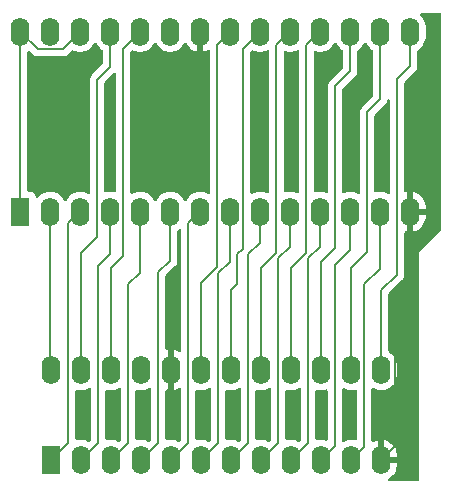
<source format=gbr>
%TF.GenerationSoftware,KiCad,Pcbnew,8.0.2-8.0.2-0~ubuntu24.04.1*%
%TF.CreationDate,2024-06-01T21:52:56+10:00*%
%TF.ProjectId,NES_RAM-ADAPTER,4e45535f-5241-44d2-9d41-444150544552,rev?*%
%TF.SameCoordinates,Original*%
%TF.FileFunction,Copper,L1,Top*%
%TF.FilePolarity,Positive*%
%FSLAX46Y46*%
G04 Gerber Fmt 4.6, Leading zero omitted, Abs format (unit mm)*
G04 Created by KiCad (PCBNEW 8.0.2-8.0.2-0~ubuntu24.04.1) date 2024-06-01 21:52:56*
%MOMM*%
%LPD*%
G01*
G04 APERTURE LIST*
%TA.AperFunction,ComponentPad*%
%ADD10O,1.600000X2.400000*%
%TD*%
%TA.AperFunction,ComponentPad*%
%ADD11R,1.600000X2.400000*%
%TD*%
%TA.AperFunction,ViaPad*%
%ADD12C,0.600000*%
%TD*%
%TA.AperFunction,Conductor*%
%ADD13C,0.200000*%
%TD*%
G04 APERTURE END LIST*
D10*
%TO.P,DIP-28_SRAM,28*%
%TO.N,5v*%
X121315000Y-64955000D03*
%TO.P,DIP-28_SRAM,27*%
%TO.N,WE*%
X123855000Y-64955000D03*
%TO.P,DIP-28_SRAM,26*%
%TO.N,5v*%
X126395000Y-64955000D03*
%TO.P,DIP-28_SRAM,25*%
%TO.N,A8*%
X128935000Y-64955000D03*
%TO.P,DIP-28_SRAM,24*%
%TO.N,A9*%
X131475000Y-64955000D03*
%TO.P,DIP-28_SRAM,23*%
%TO.N,5v*%
X134015000Y-64955000D03*
%TO.P,DIP-28_SRAM,22*%
%TO.N,GND*%
X136555000Y-64955000D03*
%TO.P,DIP-28_SRAM,21*%
%TO.N,A10*%
X139095000Y-64955000D03*
%TO.P,DIP-28_SRAM,20*%
%TO.N,CE*%
X141635000Y-64955000D03*
%TO.P,DIP-28_SRAM,19*%
%TO.N,D7*%
X144175000Y-64955000D03*
%TO.P,DIP-28_SRAM,18*%
%TO.N,D6*%
X146715000Y-64955000D03*
%TO.P,DIP-28_SRAM,17*%
%TO.N,D5*%
X149255000Y-64955000D03*
%TO.P,DIP-28_SRAM,16*%
%TO.N,D4*%
X151795000Y-64955000D03*
%TO.P,DIP-28_SRAM,15*%
%TO.N,D3*%
X154335000Y-64955000D03*
%TO.P,DIP-28_SRAM,14*%
%TO.N,GND*%
X154335000Y-80195000D03*
%TO.P,DIP-28_SRAM,13*%
%TO.N,D2*%
X151795000Y-80195000D03*
%TO.P,DIP-28_SRAM,12*%
%TO.N,D1*%
X149255000Y-80195000D03*
%TO.P,DIP-28_SRAM,11*%
%TO.N,D0*%
X146715000Y-80195000D03*
%TO.P,DIP-28_SRAM,10*%
%TO.N,A0*%
X144175000Y-80195000D03*
%TO.P,DIP-28_SRAM,9*%
%TO.N,A1*%
X141635000Y-80195000D03*
%TO.P,DIP-28_SRAM,8*%
%TO.N,A2*%
X139095000Y-80195000D03*
%TO.P,DIP-28_SRAM,7*%
%TO.N,A3*%
X136555000Y-80195000D03*
%TO.P,DIP-28_SRAM,6*%
%TO.N,A4*%
X134015000Y-80195000D03*
%TO.P,DIP-28_SRAM,5*%
%TO.N,A5*%
X131475000Y-80195000D03*
%TO.P,DIP-28_SRAM,4*%
%TO.N,A6*%
X128935000Y-80195000D03*
%TO.P,DIP-28_SRAM,3*%
%TO.N,A7*%
X126395000Y-80195000D03*
%TO.P,DIP-28_SRAM,2*%
%TO.N,5v*%
X123855000Y-80195000D03*
D11*
%TO.P,DIP-28_SRAM,1*%
X121315000Y-80195000D03*
%TD*%
%TO.P,NES_MAINBOARD_DIP24RAMPADS,1*%
%TO.N,A7*%
X123952000Y-101219000D03*
D10*
%TO.P,NES_MAINBOARD_DIP24RAMPADS,2*%
%TO.N,A6*%
X126492000Y-101219000D03*
%TO.P,NES_MAINBOARD_DIP24RAMPADS,3*%
%TO.N,A5*%
X129032000Y-101219000D03*
%TO.P,NES_MAINBOARD_DIP24RAMPADS,4*%
%TO.N,A4*%
X131572000Y-101219000D03*
%TO.P,NES_MAINBOARD_DIP24RAMPADS,5*%
%TO.N,A3*%
X134112000Y-101219000D03*
%TO.P,NES_MAINBOARD_DIP24RAMPADS,6*%
%TO.N,A2*%
X136652000Y-101219000D03*
%TO.P,NES_MAINBOARD_DIP24RAMPADS,7*%
%TO.N,A1*%
X139192000Y-101219000D03*
%TO.P,NES_MAINBOARD_DIP24RAMPADS,8*%
%TO.N,A0*%
X141732000Y-101219000D03*
%TO.P,NES_MAINBOARD_DIP24RAMPADS,9*%
%TO.N,D0*%
X144272000Y-101219000D03*
%TO.P,NES_MAINBOARD_DIP24RAMPADS,10*%
%TO.N,D1*%
X146812000Y-101219000D03*
%TO.P,NES_MAINBOARD_DIP24RAMPADS,11*%
%TO.N,D2*%
X149352000Y-101219000D03*
%TO.P,NES_MAINBOARD_DIP24RAMPADS,12*%
%TO.N,GND*%
X151892000Y-101219000D03*
%TO.P,NES_MAINBOARD_DIP24RAMPADS,13*%
%TO.N,D3*%
X151892000Y-93599000D03*
%TO.P,NES_MAINBOARD_DIP24RAMPADS,14*%
%TO.N,D4*%
X149352000Y-93599000D03*
%TO.P,NES_MAINBOARD_DIP24RAMPADS,15*%
%TO.N,D5*%
X146812000Y-93599000D03*
%TO.P,NES_MAINBOARD_DIP24RAMPADS,16*%
%TO.N,D6*%
X144272000Y-93599000D03*
%TO.P,NES_MAINBOARD_DIP24RAMPADS,17*%
%TO.N,D7*%
X141732000Y-93599000D03*
%TO.P,NES_MAINBOARD_DIP24RAMPADS,18*%
%TO.N,CE*%
X139192000Y-93599000D03*
%TO.P,NES_MAINBOARD_DIP24RAMPADS,19*%
%TO.N,A10*%
X136652000Y-93599000D03*
%TO.P,NES_MAINBOARD_DIP24RAMPADS,20*%
%TO.N,GND*%
X134112000Y-93599000D03*
%TO.P,NES_MAINBOARD_DIP24RAMPADS,21*%
%TO.N,WE*%
X131572000Y-93599000D03*
%TO.P,NES_MAINBOARD_DIP24RAMPADS,22*%
%TO.N,A9*%
X129032000Y-93599000D03*
%TO.P,NES_MAINBOARD_DIP24RAMPADS,23*%
%TO.N,A8*%
X126492000Y-93599000D03*
%TO.P,NES_MAINBOARD_DIP24RAMPADS,24*%
%TO.N,5v*%
X123952000Y-93599000D03*
%TD*%
D12*
%TO.N,GND*%
X126492000Y-97536000D03*
X129032000Y-97536000D03*
X131572000Y-97536000D03*
X134112000Y-97536000D03*
X136652000Y-97536000D03*
X139192000Y-97536000D03*
X141732000Y-97536000D03*
X144272000Y-97536000D03*
X146812000Y-97536000D03*
X149352000Y-97536000D03*
X151892000Y-97536000D03*
X129032000Y-73660000D03*
X154432000Y-73660000D03*
X151892000Y-73660000D03*
X149352000Y-76200000D03*
X149352000Y-71120000D03*
X146812000Y-76200000D03*
X146812000Y-71120000D03*
X144272000Y-76200000D03*
X144272000Y-71120000D03*
X141732000Y-76200000D03*
X141732000Y-71120000D03*
X134620000Y-76200000D03*
X134620000Y-71120000D03*
X124460000Y-76200000D03*
X124460000Y-71120000D03*
%TD*%
D13*
%TO.N,A4*%
X133012000Y-85344000D02*
X133012000Y-99779000D01*
X134015000Y-80195000D02*
X134015000Y-84341000D01*
X134015000Y-84341000D02*
X133012000Y-85344000D01*
%TO.N,D3*%
X151892000Y-93599000D02*
X151892000Y-86868000D01*
X151892000Y-86868000D02*
X153235000Y-85525000D01*
X153235000Y-85525000D02*
X153235000Y-68961000D01*
X153235000Y-68961000D02*
X154335000Y-67861000D01*
X154335000Y-67861000D02*
X154335000Y-64955000D01*
%TO.N,D2*%
X150452000Y-86360000D02*
X150452000Y-100119000D01*
X151795000Y-80195000D02*
X151795000Y-85017000D01*
X151795000Y-85017000D02*
X150452000Y-86360000D01*
%TO.N,CE*%
X139192000Y-93599000D02*
X139192000Y-86868000D01*
X139192000Y-86868000D02*
X139700000Y-86360000D01*
X141635000Y-64955000D02*
X140195000Y-66395000D01*
X140195000Y-66395000D02*
X140195000Y-83325000D01*
X140195000Y-83325000D02*
X139700000Y-83820000D01*
X139700000Y-83820000D02*
X139700000Y-86360000D01*
%TO.N,A1*%
X140632000Y-83820000D02*
X140632000Y-99779000D01*
X141635000Y-80195000D02*
X141635000Y-82817000D01*
X141635000Y-82817000D02*
X140632000Y-83820000D01*
%TO.N,5v*%
X126395000Y-64955000D02*
X124895000Y-66455000D01*
X124895000Y-66455000D02*
X122815000Y-66455000D01*
X122815000Y-66455000D02*
X121315000Y-64955000D01*
X121315000Y-64955000D02*
X121315000Y-80195000D01*
%TO.N,A8*%
X126492000Y-93599000D02*
X126492000Y-83693000D01*
X126492000Y-83693000D02*
X127835000Y-82350000D01*
X127835000Y-82350000D02*
X127835000Y-69015000D01*
X127835000Y-69015000D02*
X128905000Y-67945000D01*
X128905000Y-67945000D02*
X128905000Y-67310000D01*
X128905000Y-67310000D02*
X128935000Y-67280000D01*
X128935000Y-67280000D02*
X128935000Y-64955000D01*
%TO.N,A6*%
X128935000Y-80195000D02*
X128935000Y-83155000D01*
X128935000Y-83155000D02*
X128905000Y-83185000D01*
X128905000Y-83185000D02*
X128905000Y-83820000D01*
X128905000Y-83820000D02*
X127932000Y-84793000D01*
X127932000Y-84793000D02*
X127932000Y-99779000D01*
X127932000Y-99779000D02*
X126492000Y-101219000D01*
%TO.N,A9*%
X129032000Y-93599000D02*
X129032000Y-84963000D01*
X129032000Y-84963000D02*
X130035000Y-83960000D01*
X130035000Y-66395000D02*
X130035000Y-83960000D01*
X131475000Y-64955000D02*
X130035000Y-66395000D01*
%TO.N,A5*%
X130472000Y-86360000D02*
X130472000Y-99779000D01*
X131475000Y-80195000D02*
X131475000Y-85357000D01*
X131475000Y-85357000D02*
X130472000Y-86360000D01*
X130472000Y-99779000D02*
X129032000Y-101219000D01*
%TO.N,A10*%
X139095000Y-64955000D02*
X137995000Y-66055000D01*
X137995000Y-66055000D02*
X137995000Y-84890000D01*
X137995000Y-84890000D02*
X136652000Y-86233000D01*
X136652000Y-86233000D02*
X136652000Y-93599000D01*
%TO.N,A2*%
X139095000Y-80195000D02*
X139095000Y-84425000D01*
X138092000Y-99779000D02*
X136652000Y-101219000D01*
X139095000Y-84425000D02*
X138092000Y-85428000D01*
X138092000Y-85428000D02*
X138092000Y-99779000D01*
%TO.N,D7*%
X144175000Y-64955000D02*
X143006315Y-66123685D01*
X143006315Y-66123685D02*
X143006315Y-83688685D01*
X143006315Y-83688685D02*
X141732000Y-84963000D01*
X141732000Y-84963000D02*
X141732000Y-93599000D01*
%TO.N,A0*%
X144175000Y-80195000D02*
X144175000Y-83155000D01*
X144175000Y-83155000D02*
X143172000Y-84158000D01*
X143172000Y-84158000D02*
X143172000Y-99779000D01*
X143172000Y-99779000D02*
X141732000Y-101219000D01*
%TO.N,D6*%
X146715000Y-64955000D02*
X145546315Y-66123685D01*
X145546315Y-66123685D02*
X145546315Y-83688685D01*
X145546315Y-83688685D02*
X144272000Y-84963000D01*
X144272000Y-84963000D02*
X144272000Y-93599000D01*
%TO.N,D0*%
X146715000Y-80195000D02*
X146715000Y-83155000D01*
X146715000Y-83155000D02*
X145712000Y-84158000D01*
X145712000Y-84158000D02*
X145712000Y-99779000D01*
X145712000Y-99779000D02*
X144272000Y-101219000D01*
%TO.N,D5*%
X149255000Y-64955000D02*
X149255000Y-68296000D01*
X149255000Y-68296000D02*
X147955000Y-69596000D01*
X147955000Y-69596000D02*
X147955000Y-83312000D01*
X146812000Y-84455000D02*
X146812000Y-93599000D01*
X147955000Y-83312000D02*
X146812000Y-84455000D01*
%TO.N,D4*%
X150695000Y-71755000D02*
X150695000Y-83620000D01*
X151795000Y-64955000D02*
X151795000Y-70655000D01*
X151795000Y-70655000D02*
X150695000Y-71755000D01*
X150695000Y-83620000D02*
X149352000Y-84963000D01*
X149352000Y-84963000D02*
X149352000Y-93599000D01*
%TO.N,D1*%
X146812000Y-101219000D02*
X147955000Y-100076000D01*
X147955000Y-100076000D02*
X147955000Y-84709000D01*
X149255000Y-83409000D02*
X149255000Y-80195000D01*
X147955000Y-84709000D02*
X149255000Y-83409000D01*
%TO.N,D2*%
X150452000Y-100119000D02*
X149352000Y-101219000D01*
%TO.N,5v*%
X123855000Y-80195000D02*
X123855000Y-93502000D01*
X123855000Y-93502000D02*
X123952000Y-93599000D01*
%TO.N,A7*%
X126395000Y-80195000D02*
X125392000Y-81198000D01*
X125392000Y-81198000D02*
X125392000Y-99779000D01*
X125392000Y-99779000D02*
X123952000Y-101219000D01*
%TO.N,A4*%
X133012000Y-99779000D02*
X131572000Y-101219000D01*
%TO.N,A3*%
X136555000Y-80195000D02*
X135552000Y-81198000D01*
X135552000Y-81198000D02*
X135552000Y-99779000D01*
X135552000Y-99779000D02*
X134112000Y-101219000D01*
%TO.N,A1*%
X140632000Y-99779000D02*
X139192000Y-101219000D01*
%TO.N,GND*%
X154335000Y-90267000D02*
X153035000Y-91567000D01*
X154335000Y-80195000D02*
X154335000Y-90267000D01*
X153035000Y-91567000D02*
X153035000Y-100076000D01*
X153035000Y-100076000D02*
X151892000Y-101219000D01*
%TD*%
%TA.AperFunction,Conductor*%
%TO.N,GND*%
G36*
X156922539Y-63385185D02*
G01*
X156968294Y-63437989D01*
X156979500Y-63489500D01*
X156979500Y-81656324D01*
X156959815Y-81723363D01*
X156943181Y-81744005D01*
X155174502Y-83512683D01*
X155174500Y-83512686D01*
X155108608Y-83626812D01*
X155074500Y-83754108D01*
X155074500Y-102880500D01*
X155054815Y-102947539D01*
X155002011Y-102993294D01*
X154950500Y-103004500D01*
X152552797Y-103004500D01*
X152485758Y-102984815D01*
X152440003Y-102932011D01*
X152430059Y-102862853D01*
X152459084Y-102799297D01*
X152496503Y-102770015D01*
X152573347Y-102730861D01*
X152738894Y-102610582D01*
X152738895Y-102610582D01*
X152883582Y-102465895D01*
X152883582Y-102465894D01*
X153003859Y-102300349D01*
X153096755Y-102118031D01*
X153159990Y-101923417D01*
X153192000Y-101721317D01*
X153192000Y-101469000D01*
X152492001Y-101469000D01*
X152517021Y-101408598D01*
X152542000Y-101283019D01*
X152542000Y-101154981D01*
X152517021Y-101029402D01*
X152492001Y-100969000D01*
X153192000Y-100969000D01*
X153192000Y-100716682D01*
X153159990Y-100514582D01*
X153096755Y-100319968D01*
X153003859Y-100137650D01*
X152883582Y-99972105D01*
X152883582Y-99972104D01*
X152738895Y-99827417D01*
X152573349Y-99707140D01*
X152391029Y-99614244D01*
X152196413Y-99551009D01*
X152142000Y-99542390D01*
X152142000Y-100618998D01*
X152081598Y-100593979D01*
X151956019Y-100569000D01*
X151827981Y-100569000D01*
X151702402Y-100593979D01*
X151642000Y-100618998D01*
X151642000Y-99542390D01*
X151587586Y-99551009D01*
X151392967Y-99614245D01*
X151232794Y-99695857D01*
X151164125Y-99708753D01*
X151099385Y-99682476D01*
X151059128Y-99625370D01*
X151052500Y-99585372D01*
X151052500Y-95233187D01*
X151072185Y-95166148D01*
X151124989Y-95120393D01*
X151194147Y-95110449D01*
X151232795Y-95122703D01*
X151392771Y-95204216D01*
X151392776Y-95204217D01*
X151392781Y-95204220D01*
X151511817Y-95242897D01*
X151587465Y-95267477D01*
X151647471Y-95276981D01*
X151789648Y-95299500D01*
X151789649Y-95299500D01*
X151994351Y-95299500D01*
X151994352Y-95299500D01*
X152196534Y-95267477D01*
X152391219Y-95204220D01*
X152573610Y-95111287D01*
X152666590Y-95043732D01*
X152739213Y-94990971D01*
X152739215Y-94990968D01*
X152739219Y-94990966D01*
X152883966Y-94846219D01*
X152883968Y-94846215D01*
X152883971Y-94846213D01*
X152936732Y-94773590D01*
X153004287Y-94680610D01*
X153097220Y-94498219D01*
X153160477Y-94303534D01*
X153192500Y-94101352D01*
X153192500Y-93096648D01*
X153173071Y-92973979D01*
X153160477Y-92894465D01*
X153097218Y-92699776D01*
X153063503Y-92633607D01*
X153004287Y-92517390D01*
X152996556Y-92506749D01*
X152883971Y-92351786D01*
X152739213Y-92207028D01*
X152573610Y-92086712D01*
X152560200Y-92079879D01*
X152509406Y-92031903D01*
X152492500Y-91969397D01*
X152492500Y-87168096D01*
X152512185Y-87101057D01*
X152528814Y-87080419D01*
X153593506Y-86015727D01*
X153593511Y-86015724D01*
X153603714Y-86005520D01*
X153603716Y-86005520D01*
X153715520Y-85893716D01*
X153747964Y-85837521D01*
X153769382Y-85800424D01*
X153794575Y-85756788D01*
X153794574Y-85756788D01*
X153794577Y-85756785D01*
X153835501Y-85604057D01*
X153835501Y-85445943D01*
X153835501Y-85438348D01*
X153835500Y-85438330D01*
X153835500Y-81970275D01*
X153855185Y-81903236D01*
X153907989Y-81857481D01*
X153977147Y-81847537D01*
X153997819Y-81852344D01*
X154030578Y-81862988D01*
X154085000Y-81871607D01*
X154085000Y-80510686D01*
X154089394Y-80515080D01*
X154180606Y-80567741D01*
X154282339Y-80595000D01*
X154387661Y-80595000D01*
X154489394Y-80567741D01*
X154580606Y-80515080D01*
X154585000Y-80510686D01*
X154585000Y-81871606D01*
X154639421Y-81862988D01*
X154834031Y-81799754D01*
X155016349Y-81706859D01*
X155181894Y-81586582D01*
X155181895Y-81586582D01*
X155326582Y-81441895D01*
X155326582Y-81441894D01*
X155446859Y-81276349D01*
X155539755Y-81094031D01*
X155602990Y-80899417D01*
X155635000Y-80697317D01*
X155635000Y-80445000D01*
X154650686Y-80445000D01*
X154655080Y-80440606D01*
X154707741Y-80349394D01*
X154735000Y-80247661D01*
X154735000Y-80142339D01*
X154707741Y-80040606D01*
X154655080Y-79949394D01*
X154650686Y-79945000D01*
X155635000Y-79945000D01*
X155635000Y-79692682D01*
X155602990Y-79490582D01*
X155539755Y-79295968D01*
X155446859Y-79113650D01*
X155326582Y-78948105D01*
X155326582Y-78948104D01*
X155181895Y-78803417D01*
X155016349Y-78683140D01*
X154834029Y-78590244D01*
X154639413Y-78527009D01*
X154585000Y-78518390D01*
X154585000Y-79879314D01*
X154580606Y-79874920D01*
X154489394Y-79822259D01*
X154387661Y-79795000D01*
X154282339Y-79795000D01*
X154180606Y-79822259D01*
X154089394Y-79874920D01*
X154085000Y-79879314D01*
X154085000Y-78518390D01*
X154030586Y-78527009D01*
X154030581Y-78527010D01*
X153997817Y-78537656D01*
X153927976Y-78539651D01*
X153868143Y-78503570D01*
X153837316Y-78440869D01*
X153835500Y-78419725D01*
X153835500Y-69261096D01*
X153855185Y-69194057D01*
X153871815Y-69173419D01*
X154703713Y-68341521D01*
X154703716Y-68341520D01*
X154815520Y-68229716D01*
X154865639Y-68142904D01*
X154894577Y-68092785D01*
X154935501Y-67940057D01*
X154935501Y-67781943D01*
X154935501Y-67774348D01*
X154935500Y-67774330D01*
X154935500Y-66584601D01*
X154955185Y-66517562D01*
X155003206Y-66474116D01*
X155016610Y-66467287D01*
X155182219Y-66346966D01*
X155326966Y-66202219D01*
X155326968Y-66202215D01*
X155326971Y-66202213D01*
X155379732Y-66129590D01*
X155447287Y-66036610D01*
X155540220Y-65854219D01*
X155603477Y-65659534D01*
X155635500Y-65457352D01*
X155635500Y-64452648D01*
X155603477Y-64250466D01*
X155540220Y-64055781D01*
X155540218Y-64055778D01*
X155540218Y-64055776D01*
X155447419Y-63873650D01*
X155447287Y-63873390D01*
X155439556Y-63862749D01*
X155326971Y-63707786D01*
X155196366Y-63577181D01*
X155162881Y-63515858D01*
X155167865Y-63446166D01*
X155209737Y-63390233D01*
X155275201Y-63365816D01*
X155284047Y-63365500D01*
X156855500Y-63365500D01*
X156922539Y-63385185D01*
G37*
%TD.AperFunction*%
%TA.AperFunction,Conductor*%
G36*
X148735792Y-95144611D02*
G01*
X148778061Y-95166148D01*
X148852776Y-95204218D01*
X148852778Y-95204218D01*
X148852781Y-95204220D01*
X148940209Y-95232627D01*
X149047465Y-95267477D01*
X149107471Y-95276981D01*
X149249648Y-95299500D01*
X149249649Y-95299500D01*
X149454351Y-95299500D01*
X149454352Y-95299500D01*
X149656534Y-95267477D01*
X149656539Y-95267475D01*
X149656541Y-95267475D01*
X149689180Y-95256870D01*
X149759021Y-95254873D01*
X149818855Y-95290953D01*
X149849684Y-95353653D01*
X149851500Y-95374800D01*
X149851500Y-99443199D01*
X149831815Y-99510238D01*
X149779011Y-99555993D01*
X149709853Y-99565937D01*
X149689183Y-99561130D01*
X149656542Y-99550524D01*
X149656535Y-99550523D01*
X149528626Y-99530264D01*
X149454352Y-99518500D01*
X149249648Y-99518500D01*
X149225329Y-99522351D01*
X149047465Y-99550522D01*
X148895759Y-99599815D01*
X148852781Y-99613780D01*
X148852778Y-99613781D01*
X148852776Y-99613782D01*
X148735795Y-99673387D01*
X148667125Y-99686283D01*
X148602385Y-99660007D01*
X148562128Y-99602900D01*
X148555500Y-99562902D01*
X148555500Y-95255097D01*
X148575185Y-95188058D01*
X148627989Y-95142303D01*
X148697147Y-95132359D01*
X148735792Y-95144611D01*
G37*
%TD.AperFunction*%
%TA.AperFunction,Conductor*%
G36*
X127284614Y-95136082D02*
G01*
X127324872Y-95193188D01*
X127331500Y-95233187D01*
X127331500Y-99478901D01*
X127311815Y-99545940D01*
X127295181Y-99566583D01*
X127225019Y-99636744D01*
X127163695Y-99670228D01*
X127094004Y-99665243D01*
X127081044Y-99659547D01*
X126991226Y-99613782D01*
X126796534Y-99550522D01*
X126621995Y-99522878D01*
X126594352Y-99518500D01*
X126389648Y-99518500D01*
X126349184Y-99524909D01*
X126187464Y-99550523D01*
X126187457Y-99550524D01*
X126154817Y-99561130D01*
X126084976Y-99563125D01*
X126025143Y-99527044D01*
X125994316Y-99464343D01*
X125992500Y-99443199D01*
X125992500Y-95374800D01*
X126012185Y-95307761D01*
X126064989Y-95262006D01*
X126134147Y-95252062D01*
X126154820Y-95256870D01*
X126187458Y-95267475D01*
X126187461Y-95267475D01*
X126187466Y-95267477D01*
X126389648Y-95299500D01*
X126389649Y-95299500D01*
X126594351Y-95299500D01*
X126594352Y-95299500D01*
X126796534Y-95267477D01*
X126991219Y-95204220D01*
X126991224Y-95204217D01*
X126991228Y-95204216D01*
X127151205Y-95122703D01*
X127219874Y-95109806D01*
X127284614Y-95136082D01*
G37*
%TD.AperFunction*%
%TA.AperFunction,Conductor*%
G36*
X129824614Y-95136082D02*
G01*
X129864872Y-95193188D01*
X129871500Y-95233187D01*
X129871500Y-99478901D01*
X129851815Y-99545940D01*
X129835181Y-99566583D01*
X129765019Y-99636744D01*
X129703695Y-99670228D01*
X129634004Y-99665243D01*
X129621044Y-99659547D01*
X129531226Y-99613782D01*
X129336534Y-99550522D01*
X129161995Y-99522878D01*
X129134352Y-99518500D01*
X128929648Y-99518500D01*
X128889184Y-99524909D01*
X128727464Y-99550523D01*
X128727457Y-99550524D01*
X128694817Y-99561130D01*
X128624976Y-99563125D01*
X128565143Y-99527044D01*
X128534316Y-99464343D01*
X128532500Y-99443199D01*
X128532500Y-95374800D01*
X128552185Y-95307761D01*
X128604989Y-95262006D01*
X128674147Y-95252062D01*
X128694820Y-95256870D01*
X128727458Y-95267475D01*
X128727461Y-95267475D01*
X128727466Y-95267477D01*
X128929648Y-95299500D01*
X128929649Y-95299500D01*
X129134351Y-95299500D01*
X129134352Y-95299500D01*
X129336534Y-95267477D01*
X129531219Y-95204220D01*
X129531224Y-95204217D01*
X129531228Y-95204216D01*
X129691205Y-95122703D01*
X129759874Y-95109806D01*
X129824614Y-95136082D01*
G37*
%TD.AperFunction*%
%TA.AperFunction,Conductor*%
G36*
X132364614Y-95136082D02*
G01*
X132404872Y-95193188D01*
X132411500Y-95233187D01*
X132411500Y-99478901D01*
X132391815Y-99545940D01*
X132375181Y-99566583D01*
X132305019Y-99636744D01*
X132243695Y-99670228D01*
X132174004Y-99665243D01*
X132161044Y-99659547D01*
X132071226Y-99613782D01*
X131876534Y-99550522D01*
X131701995Y-99522878D01*
X131674352Y-99518500D01*
X131469648Y-99518500D01*
X131429184Y-99524909D01*
X131267464Y-99550523D01*
X131267457Y-99550524D01*
X131234817Y-99561130D01*
X131164976Y-99563125D01*
X131105143Y-99527044D01*
X131074316Y-99464343D01*
X131072500Y-99443199D01*
X131072500Y-95374800D01*
X131092185Y-95307761D01*
X131144989Y-95262006D01*
X131214147Y-95252062D01*
X131234820Y-95256870D01*
X131267458Y-95267475D01*
X131267461Y-95267475D01*
X131267466Y-95267477D01*
X131469648Y-95299500D01*
X131469649Y-95299500D01*
X131674351Y-95299500D01*
X131674352Y-95299500D01*
X131876534Y-95267477D01*
X132071219Y-95204220D01*
X132071224Y-95204217D01*
X132071228Y-95204216D01*
X132231205Y-95122703D01*
X132299874Y-95109806D01*
X132364614Y-95136082D01*
G37*
%TD.AperFunction*%
%TA.AperFunction,Conductor*%
G36*
X134362000Y-95275606D02*
G01*
X134416421Y-95266988D01*
X134611031Y-95203755D01*
X134771205Y-95122142D01*
X134839874Y-95109246D01*
X134904615Y-95135522D01*
X134944872Y-95192629D01*
X134951500Y-95232627D01*
X134951500Y-99478901D01*
X134931815Y-99545940D01*
X134915181Y-99566583D01*
X134845019Y-99636744D01*
X134783695Y-99670228D01*
X134714004Y-99665243D01*
X134701044Y-99659547D01*
X134611226Y-99613782D01*
X134416534Y-99550522D01*
X134241995Y-99522878D01*
X134214352Y-99518500D01*
X134009648Y-99518500D01*
X133969184Y-99524909D01*
X133807464Y-99550523D01*
X133807457Y-99550524D01*
X133774817Y-99561130D01*
X133704976Y-99563125D01*
X133645143Y-99527044D01*
X133614316Y-99464343D01*
X133612500Y-99443199D01*
X133612500Y-95374275D01*
X133632185Y-95307236D01*
X133684989Y-95261481D01*
X133754147Y-95251537D01*
X133774819Y-95256344D01*
X133807578Y-95266988D01*
X133862000Y-95275607D01*
X133862000Y-94199001D01*
X133922402Y-94224021D01*
X134047981Y-94249000D01*
X134176019Y-94249000D01*
X134301598Y-94224021D01*
X134362000Y-94199001D01*
X134362000Y-95275606D01*
G37*
%TD.AperFunction*%
%TA.AperFunction,Conductor*%
G36*
X137444614Y-95136082D02*
G01*
X137484872Y-95193188D01*
X137491500Y-95233187D01*
X137491500Y-99478901D01*
X137471815Y-99545940D01*
X137455181Y-99566583D01*
X137385019Y-99636744D01*
X137323695Y-99670228D01*
X137254004Y-99665243D01*
X137241044Y-99659547D01*
X137151226Y-99613782D01*
X136956534Y-99550522D01*
X136781995Y-99522878D01*
X136754352Y-99518500D01*
X136549648Y-99518500D01*
X136509184Y-99524909D01*
X136347464Y-99550523D01*
X136347457Y-99550524D01*
X136314817Y-99561130D01*
X136244976Y-99563125D01*
X136185143Y-99527044D01*
X136154316Y-99464343D01*
X136152500Y-99443199D01*
X136152500Y-95374800D01*
X136172185Y-95307761D01*
X136224989Y-95262006D01*
X136294147Y-95252062D01*
X136314820Y-95256870D01*
X136347458Y-95267475D01*
X136347461Y-95267475D01*
X136347466Y-95267477D01*
X136549648Y-95299500D01*
X136549649Y-95299500D01*
X136754351Y-95299500D01*
X136754352Y-95299500D01*
X136956534Y-95267477D01*
X137151219Y-95204220D01*
X137151224Y-95204217D01*
X137151228Y-95204216D01*
X137311205Y-95122703D01*
X137379874Y-95109806D01*
X137444614Y-95136082D01*
G37*
%TD.AperFunction*%
%TA.AperFunction,Conductor*%
G36*
X139984614Y-95136082D02*
G01*
X140024872Y-95193188D01*
X140031500Y-95233187D01*
X140031500Y-99478901D01*
X140011815Y-99545940D01*
X139995181Y-99566583D01*
X139925019Y-99636744D01*
X139863695Y-99670228D01*
X139794004Y-99665243D01*
X139781044Y-99659547D01*
X139691226Y-99613782D01*
X139496534Y-99550522D01*
X139321995Y-99522878D01*
X139294352Y-99518500D01*
X139089648Y-99518500D01*
X139049184Y-99524909D01*
X138887464Y-99550523D01*
X138887457Y-99550524D01*
X138854817Y-99561130D01*
X138784976Y-99563125D01*
X138725143Y-99527044D01*
X138694316Y-99464343D01*
X138692500Y-99443199D01*
X138692500Y-95374800D01*
X138712185Y-95307761D01*
X138764989Y-95262006D01*
X138834147Y-95252062D01*
X138854820Y-95256870D01*
X138887458Y-95267475D01*
X138887461Y-95267475D01*
X138887466Y-95267477D01*
X139089648Y-95299500D01*
X139089649Y-95299500D01*
X139294351Y-95299500D01*
X139294352Y-95299500D01*
X139496534Y-95267477D01*
X139691219Y-95204220D01*
X139691224Y-95204217D01*
X139691228Y-95204216D01*
X139851205Y-95122703D01*
X139919874Y-95109806D01*
X139984614Y-95136082D01*
G37*
%TD.AperFunction*%
%TA.AperFunction,Conductor*%
G36*
X142524614Y-95136082D02*
G01*
X142564872Y-95193188D01*
X142571500Y-95233187D01*
X142571500Y-99478901D01*
X142551815Y-99545940D01*
X142535181Y-99566583D01*
X142465019Y-99636744D01*
X142403695Y-99670228D01*
X142334004Y-99665243D01*
X142321044Y-99659547D01*
X142231226Y-99613782D01*
X142036534Y-99550522D01*
X141861995Y-99522878D01*
X141834352Y-99518500D01*
X141629648Y-99518500D01*
X141589184Y-99524909D01*
X141427464Y-99550523D01*
X141427457Y-99550524D01*
X141394817Y-99561130D01*
X141324976Y-99563125D01*
X141265143Y-99527044D01*
X141234316Y-99464343D01*
X141232500Y-99443199D01*
X141232500Y-95374800D01*
X141252185Y-95307761D01*
X141304989Y-95262006D01*
X141374147Y-95252062D01*
X141394820Y-95256870D01*
X141427458Y-95267475D01*
X141427461Y-95267475D01*
X141427466Y-95267477D01*
X141629648Y-95299500D01*
X141629649Y-95299500D01*
X141834351Y-95299500D01*
X141834352Y-95299500D01*
X142036534Y-95267477D01*
X142231219Y-95204220D01*
X142231224Y-95204217D01*
X142231228Y-95204216D01*
X142391205Y-95122703D01*
X142459874Y-95109806D01*
X142524614Y-95136082D01*
G37*
%TD.AperFunction*%
%TA.AperFunction,Conductor*%
G36*
X145064614Y-95136082D02*
G01*
X145104872Y-95193188D01*
X145111500Y-95233187D01*
X145111500Y-99478901D01*
X145091815Y-99545940D01*
X145075181Y-99566583D01*
X145005019Y-99636744D01*
X144943695Y-99670228D01*
X144874004Y-99665243D01*
X144861044Y-99659547D01*
X144771226Y-99613782D01*
X144576534Y-99550522D01*
X144401995Y-99522878D01*
X144374352Y-99518500D01*
X144169648Y-99518500D01*
X144129184Y-99524909D01*
X143967464Y-99550523D01*
X143967457Y-99550524D01*
X143934817Y-99561130D01*
X143864976Y-99563125D01*
X143805143Y-99527044D01*
X143774316Y-99464343D01*
X143772500Y-99443199D01*
X143772500Y-95374800D01*
X143792185Y-95307761D01*
X143844989Y-95262006D01*
X143914147Y-95252062D01*
X143934820Y-95256870D01*
X143967458Y-95267475D01*
X143967461Y-95267475D01*
X143967466Y-95267477D01*
X144169648Y-95299500D01*
X144169649Y-95299500D01*
X144374351Y-95299500D01*
X144374352Y-95299500D01*
X144576534Y-95267477D01*
X144771219Y-95204220D01*
X144771224Y-95204217D01*
X144771228Y-95204216D01*
X144931205Y-95122703D01*
X144999874Y-95109806D01*
X145064614Y-95136082D01*
G37*
%TD.AperFunction*%
%TA.AperFunction,Conductor*%
G36*
X147321855Y-95276981D02*
G01*
X147352684Y-95339682D01*
X147354500Y-95360828D01*
X147354500Y-99457170D01*
X147334815Y-99524209D01*
X147282011Y-99569964D01*
X147212853Y-99579908D01*
X147192183Y-99575101D01*
X147116542Y-99550524D01*
X147116535Y-99550523D01*
X146988626Y-99530264D01*
X146914352Y-99518500D01*
X146709648Y-99518500D01*
X146669184Y-99524909D01*
X146507464Y-99550523D01*
X146507457Y-99550524D01*
X146474817Y-99561130D01*
X146404976Y-99563125D01*
X146345143Y-99527044D01*
X146314316Y-99464343D01*
X146312500Y-99443199D01*
X146312500Y-95374800D01*
X146332185Y-95307761D01*
X146384989Y-95262006D01*
X146454147Y-95252062D01*
X146474820Y-95256870D01*
X146507458Y-95267475D01*
X146507461Y-95267475D01*
X146507466Y-95267477D01*
X146709648Y-95299500D01*
X146709649Y-95299500D01*
X146914351Y-95299500D01*
X146914352Y-95299500D01*
X147116534Y-95267477D01*
X147192183Y-95242896D01*
X147262022Y-95240901D01*
X147321855Y-95276981D01*
G37*
%TD.AperFunction*%
%TA.AperFunction,Conductor*%
G36*
X134888475Y-81657490D02*
G01*
X134937170Y-81707595D01*
X134951500Y-81765462D01*
X134951500Y-91965372D01*
X134931815Y-92032411D01*
X134879011Y-92078166D01*
X134809853Y-92088110D01*
X134771206Y-92075857D01*
X134611032Y-91994245D01*
X134416413Y-91931009D01*
X134362000Y-91922390D01*
X134362000Y-92998998D01*
X134301598Y-92973979D01*
X134176019Y-92949000D01*
X134047981Y-92949000D01*
X133922402Y-92973979D01*
X133862000Y-92998998D01*
X133862000Y-91922390D01*
X133807586Y-91931009D01*
X133807581Y-91931010D01*
X133774817Y-91941656D01*
X133704976Y-91943651D01*
X133645143Y-91907570D01*
X133614316Y-91844869D01*
X133612500Y-91823725D01*
X133612500Y-85644096D01*
X133632185Y-85577057D01*
X133648815Y-85556419D01*
X134373506Y-84831727D01*
X134373511Y-84831724D01*
X134383714Y-84821520D01*
X134383716Y-84821520D01*
X134495520Y-84709716D01*
X134562164Y-84594284D01*
X134574577Y-84572785D01*
X134615500Y-84420058D01*
X134615500Y-84261943D01*
X134615500Y-81824601D01*
X134635185Y-81757562D01*
X134683206Y-81714116D01*
X134696610Y-81707287D01*
X134754615Y-81665143D01*
X134820421Y-81641664D01*
X134888475Y-81657490D01*
G37*
%TD.AperFunction*%
%TA.AperFunction,Conductor*%
G36*
X127736445Y-65898865D02*
G01*
X127775485Y-65943919D01*
X127822715Y-66036614D01*
X127943028Y-66202213D01*
X127943034Y-66202219D01*
X128087781Y-66346966D01*
X128253390Y-66467287D01*
X128266793Y-66474116D01*
X128317589Y-66522088D01*
X128334500Y-66584601D01*
X128334500Y-67102653D01*
X128330275Y-67134746D01*
X128304499Y-67230943D01*
X128304499Y-67399046D01*
X128304500Y-67399059D01*
X128304500Y-67644902D01*
X128284815Y-67711941D01*
X128268181Y-67732583D01*
X127354481Y-68646282D01*
X127354475Y-68646290D01*
X127306600Y-68729214D01*
X127306600Y-68729215D01*
X127275423Y-68783215D01*
X127234499Y-68935943D01*
X127234499Y-68935945D01*
X127234499Y-69104046D01*
X127234500Y-69104059D01*
X127234500Y-78560812D01*
X127214815Y-78627851D01*
X127162011Y-78673606D01*
X127092853Y-78683550D01*
X127054205Y-78671297D01*
X126894223Y-78589781D01*
X126699534Y-78526522D01*
X126524995Y-78498878D01*
X126497352Y-78494500D01*
X126292648Y-78494500D01*
X126268329Y-78498351D01*
X126090465Y-78526522D01*
X125895776Y-78589781D01*
X125713386Y-78682715D01*
X125547786Y-78803028D01*
X125403028Y-78947786D01*
X125282715Y-79113386D01*
X125235485Y-79206080D01*
X125187510Y-79256876D01*
X125119689Y-79273671D01*
X125053554Y-79251134D01*
X125014515Y-79206080D01*
X124967419Y-79113650D01*
X124967287Y-79113390D01*
X124959556Y-79102749D01*
X124846971Y-78947786D01*
X124702213Y-78803028D01*
X124536613Y-78682715D01*
X124536612Y-78682714D01*
X124536610Y-78682713D01*
X124469567Y-78648553D01*
X124354223Y-78589781D01*
X124159534Y-78526522D01*
X123984995Y-78498878D01*
X123957352Y-78494500D01*
X123752648Y-78494500D01*
X123728329Y-78498351D01*
X123550465Y-78526522D01*
X123355776Y-78589781D01*
X123173386Y-78682715D01*
X123007786Y-78803028D01*
X122863032Y-78947782D01*
X122836668Y-78984070D01*
X122781338Y-79026735D01*
X122711724Y-79032714D01*
X122649929Y-79000108D01*
X122615572Y-78939269D01*
X122613060Y-78924438D01*
X122612640Y-78920533D01*
X122609091Y-78887517D01*
X122558796Y-78752669D01*
X122558795Y-78752668D01*
X122558793Y-78752664D01*
X122472547Y-78637455D01*
X122472544Y-78637452D01*
X122357335Y-78551206D01*
X122357328Y-78551202D01*
X122222482Y-78500908D01*
X122222483Y-78500908D01*
X122162883Y-78494501D01*
X122162881Y-78494500D01*
X122162873Y-78494500D01*
X122162865Y-78494500D01*
X122039500Y-78494500D01*
X121972461Y-78474815D01*
X121926706Y-78422011D01*
X121915500Y-78370500D01*
X121915500Y-66704097D01*
X121935185Y-66637058D01*
X121987989Y-66591303D01*
X122057147Y-66581359D01*
X122120703Y-66610384D01*
X122127181Y-66616416D01*
X122330139Y-66819374D01*
X122330149Y-66819385D01*
X122334479Y-66823715D01*
X122334480Y-66823716D01*
X122446284Y-66935520D01*
X122446286Y-66935521D01*
X122446290Y-66935524D01*
X122583209Y-67014573D01*
X122583216Y-67014577D01*
X122695019Y-67044534D01*
X122735942Y-67055500D01*
X122735943Y-67055500D01*
X124808331Y-67055500D01*
X124808347Y-67055501D01*
X124815943Y-67055501D01*
X124974054Y-67055501D01*
X124974057Y-67055501D01*
X125126785Y-67014577D01*
X125176904Y-66985639D01*
X125263716Y-66935520D01*
X125375520Y-66823716D01*
X125375520Y-66823714D01*
X125385728Y-66813507D01*
X125385730Y-66813504D01*
X125661980Y-66537253D01*
X125723301Y-66503770D01*
X125792993Y-66508754D01*
X125805954Y-66514451D01*
X125895776Y-66560218D01*
X125895778Y-66560218D01*
X125895781Y-66560220D01*
X125969538Y-66584185D01*
X126090465Y-66623477D01*
X126176212Y-66637058D01*
X126292648Y-66655500D01*
X126292649Y-66655500D01*
X126497351Y-66655500D01*
X126497352Y-66655500D01*
X126699534Y-66623477D01*
X126894219Y-66560220D01*
X127076610Y-66467287D01*
X127169590Y-66399732D01*
X127242213Y-66346971D01*
X127242215Y-66346968D01*
X127242219Y-66346966D01*
X127386966Y-66202219D01*
X127386968Y-66202215D01*
X127386971Y-66202213D01*
X127507284Y-66036614D01*
X127507285Y-66036613D01*
X127507287Y-66036610D01*
X127554516Y-65943917D01*
X127602489Y-65893123D01*
X127670310Y-65876328D01*
X127736445Y-65898865D01*
G37*
%TD.AperFunction*%
%TA.AperFunction,Conductor*%
G36*
X136805000Y-66631606D02*
G01*
X136859421Y-66622988D01*
X137054031Y-66559755D01*
X137214205Y-66478142D01*
X137282874Y-66465246D01*
X137347615Y-66491522D01*
X137387872Y-66548629D01*
X137394500Y-66588627D01*
X137394500Y-78560812D01*
X137374815Y-78627851D01*
X137322011Y-78673606D01*
X137252853Y-78683550D01*
X137214205Y-78671297D01*
X137054223Y-78589781D01*
X136859534Y-78526522D01*
X136684995Y-78498878D01*
X136657352Y-78494500D01*
X136452648Y-78494500D01*
X136428329Y-78498351D01*
X136250465Y-78526522D01*
X136055776Y-78589781D01*
X135873386Y-78682715D01*
X135707786Y-78803028D01*
X135563028Y-78947786D01*
X135442715Y-79113386D01*
X135395485Y-79206080D01*
X135347510Y-79256876D01*
X135279689Y-79273671D01*
X135213554Y-79251134D01*
X135174515Y-79206080D01*
X135127419Y-79113650D01*
X135127287Y-79113390D01*
X135119556Y-79102749D01*
X135006971Y-78947786D01*
X134862213Y-78803028D01*
X134696613Y-78682715D01*
X134696612Y-78682714D01*
X134696610Y-78682713D01*
X134629567Y-78648553D01*
X134514223Y-78589781D01*
X134319534Y-78526522D01*
X134144995Y-78498878D01*
X134117352Y-78494500D01*
X133912648Y-78494500D01*
X133888329Y-78498351D01*
X133710465Y-78526522D01*
X133515776Y-78589781D01*
X133333386Y-78682715D01*
X133167786Y-78803028D01*
X133023028Y-78947786D01*
X132902715Y-79113386D01*
X132855485Y-79206080D01*
X132807510Y-79256876D01*
X132739689Y-79273671D01*
X132673554Y-79251134D01*
X132634515Y-79206080D01*
X132587419Y-79113650D01*
X132587287Y-79113390D01*
X132579556Y-79102749D01*
X132466971Y-78947786D01*
X132322213Y-78803028D01*
X132156613Y-78682715D01*
X132156612Y-78682714D01*
X132156610Y-78682713D01*
X132089567Y-78648553D01*
X131974223Y-78589781D01*
X131779534Y-78526522D01*
X131604995Y-78498878D01*
X131577352Y-78494500D01*
X131372648Y-78494500D01*
X131348329Y-78498351D01*
X131170465Y-78526522D01*
X130975776Y-78589781D01*
X130815795Y-78671297D01*
X130747126Y-78684193D01*
X130682385Y-78657917D01*
X130642128Y-78600810D01*
X130635500Y-78560812D01*
X130635500Y-66695097D01*
X130655185Y-66628058D01*
X130671813Y-66607421D01*
X130741982Y-66537252D01*
X130803301Y-66503770D01*
X130872993Y-66508754D01*
X130885951Y-66514449D01*
X130900943Y-66522088D01*
X130975776Y-66560218D01*
X130975778Y-66560218D01*
X130975781Y-66560220D01*
X131049538Y-66584185D01*
X131170465Y-66623477D01*
X131256212Y-66637058D01*
X131372648Y-66655500D01*
X131372649Y-66655500D01*
X131577351Y-66655500D01*
X131577352Y-66655500D01*
X131779534Y-66623477D01*
X131974219Y-66560220D01*
X132156610Y-66467287D01*
X132249590Y-66399732D01*
X132322213Y-66346971D01*
X132322215Y-66346968D01*
X132322219Y-66346966D01*
X132466966Y-66202219D01*
X132466968Y-66202215D01*
X132466971Y-66202213D01*
X132587284Y-66036614D01*
X132587285Y-66036613D01*
X132587287Y-66036610D01*
X132634516Y-65943917D01*
X132682489Y-65893123D01*
X132750310Y-65876328D01*
X132816445Y-65898865D01*
X132855485Y-65943919D01*
X132902715Y-66036614D01*
X133023028Y-66202213D01*
X133167786Y-66346971D01*
X133322749Y-66459556D01*
X133333390Y-66467287D01*
X133432060Y-66517562D01*
X133515776Y-66560218D01*
X133515778Y-66560218D01*
X133515781Y-66560220D01*
X133589538Y-66584185D01*
X133710465Y-66623477D01*
X133796212Y-66637058D01*
X133912648Y-66655500D01*
X133912649Y-66655500D01*
X134117351Y-66655500D01*
X134117352Y-66655500D01*
X134319534Y-66623477D01*
X134514219Y-66560220D01*
X134696610Y-66467287D01*
X134789590Y-66399732D01*
X134862213Y-66346971D01*
X134862215Y-66346968D01*
X134862219Y-66346966D01*
X135006966Y-66202219D01*
X135006968Y-66202215D01*
X135006971Y-66202213D01*
X135127284Y-66036614D01*
X135127285Y-66036613D01*
X135127287Y-66036610D01*
X135174795Y-65943369D01*
X135222770Y-65892574D01*
X135290591Y-65875779D01*
X135356725Y-65898316D01*
X135395765Y-65943370D01*
X135443140Y-66036349D01*
X135563417Y-66201894D01*
X135563417Y-66201895D01*
X135708104Y-66346582D01*
X135873650Y-66466859D01*
X136055968Y-66559754D01*
X136250578Y-66622988D01*
X136305000Y-66631607D01*
X136305000Y-65270686D01*
X136309394Y-65275080D01*
X136400606Y-65327741D01*
X136502339Y-65355000D01*
X136607661Y-65355000D01*
X136709394Y-65327741D01*
X136800606Y-65275080D01*
X136805000Y-65270686D01*
X136805000Y-66631606D01*
G37*
%TD.AperFunction*%
%TA.AperFunction,Conductor*%
G36*
X142358929Y-66527079D02*
G01*
X142399187Y-66584185D01*
X142405815Y-66624184D01*
X142405815Y-78525815D01*
X142386130Y-78592854D01*
X142333326Y-78638609D01*
X142264168Y-78648553D01*
X142225520Y-78636300D01*
X142134223Y-78589781D01*
X141939534Y-78526522D01*
X141764995Y-78498878D01*
X141737352Y-78494500D01*
X141532648Y-78494500D01*
X141508329Y-78498351D01*
X141330465Y-78526522D01*
X141135776Y-78589781D01*
X140975795Y-78671297D01*
X140907126Y-78684193D01*
X140842385Y-78657917D01*
X140802128Y-78600810D01*
X140795500Y-78560812D01*
X140795500Y-66695097D01*
X140815185Y-66628058D01*
X140831813Y-66607421D01*
X140901982Y-66537252D01*
X140963301Y-66503770D01*
X141032993Y-66508754D01*
X141045951Y-66514449D01*
X141060943Y-66522088D01*
X141135776Y-66560218D01*
X141135778Y-66560218D01*
X141135781Y-66560220D01*
X141209538Y-66584185D01*
X141330465Y-66623477D01*
X141416212Y-66637058D01*
X141532648Y-66655500D01*
X141532649Y-66655500D01*
X141737351Y-66655500D01*
X141737352Y-66655500D01*
X141939534Y-66623477D01*
X142134219Y-66560220D01*
X142225519Y-66513699D01*
X142294188Y-66500803D01*
X142358929Y-66527079D01*
G37*
%TD.AperFunction*%
%TA.AperFunction,Conductor*%
G36*
X150596445Y-65898865D02*
G01*
X150635485Y-65943919D01*
X150682715Y-66036614D01*
X150803028Y-66202213D01*
X150803034Y-66202219D01*
X150947781Y-66346966D01*
X151113390Y-66467287D01*
X151126793Y-66474116D01*
X151177589Y-66522088D01*
X151194500Y-66584601D01*
X151194500Y-70354902D01*
X151174815Y-70421941D01*
X151158181Y-70442583D01*
X150214481Y-71386282D01*
X150214479Y-71386285D01*
X150164361Y-71473094D01*
X150164359Y-71473096D01*
X150135425Y-71523209D01*
X150135424Y-71523210D01*
X150135423Y-71523215D01*
X150094499Y-71675943D01*
X150094499Y-71675945D01*
X150094499Y-71844046D01*
X150094500Y-71844059D01*
X150094500Y-78560812D01*
X150074815Y-78627851D01*
X150022011Y-78673606D01*
X149952853Y-78683550D01*
X149914205Y-78671297D01*
X149754223Y-78589781D01*
X149559534Y-78526522D01*
X149384995Y-78498878D01*
X149357352Y-78494500D01*
X149152648Y-78494500D01*
X149128329Y-78498351D01*
X148950465Y-78526522D01*
X148755773Y-78589782D01*
X148735794Y-78599963D01*
X148667125Y-78612859D01*
X148602384Y-78586582D01*
X148562128Y-78529475D01*
X148555500Y-78489478D01*
X148555500Y-69896097D01*
X148575185Y-69829058D01*
X148591819Y-69808416D01*
X149152178Y-69248058D01*
X149735520Y-68664716D01*
X149814577Y-68527784D01*
X149855501Y-68375057D01*
X149855501Y-68216942D01*
X149855501Y-68209347D01*
X149855500Y-68209329D01*
X149855500Y-66584601D01*
X149875185Y-66517562D01*
X149923206Y-66474116D01*
X149936610Y-66467287D01*
X150102219Y-66346966D01*
X150246966Y-66202219D01*
X150246968Y-66202215D01*
X150246971Y-66202213D01*
X150367284Y-66036614D01*
X150367285Y-66036613D01*
X150367287Y-66036610D01*
X150414516Y-65943917D01*
X150462489Y-65893123D01*
X150530310Y-65876328D01*
X150596445Y-65898865D01*
G37*
%TD.AperFunction*%
%TA.AperFunction,Conductor*%
G36*
X152559313Y-70669984D02*
G01*
X152613191Y-70714469D01*
X152634465Y-70781021D01*
X152634500Y-70783972D01*
X152634500Y-78560812D01*
X152614815Y-78627851D01*
X152562011Y-78673606D01*
X152492853Y-78683550D01*
X152454205Y-78671297D01*
X152294223Y-78589781D01*
X152099534Y-78526522D01*
X151924995Y-78498878D01*
X151897352Y-78494500D01*
X151692648Y-78494500D01*
X151652184Y-78500909D01*
X151490464Y-78526523D01*
X151490457Y-78526524D01*
X151457817Y-78537130D01*
X151387976Y-78539125D01*
X151328143Y-78503044D01*
X151297316Y-78440343D01*
X151295500Y-78419199D01*
X151295500Y-72055096D01*
X151315185Y-71988057D01*
X151331815Y-71967419D01*
X152163713Y-71135521D01*
X152163716Y-71135520D01*
X152275520Y-71023716D01*
X152325639Y-70936904D01*
X152354577Y-70886785D01*
X152390726Y-70751875D01*
X152427090Y-70692218D01*
X152489937Y-70661689D01*
X152559313Y-70669984D01*
G37*
%TD.AperFunction*%
%TA.AperFunction,Conductor*%
G36*
X144898929Y-66527079D02*
G01*
X144939187Y-66584185D01*
X144945815Y-66624184D01*
X144945815Y-78525815D01*
X144926130Y-78592854D01*
X144873326Y-78638609D01*
X144804168Y-78648553D01*
X144765520Y-78636300D01*
X144674223Y-78589781D01*
X144479534Y-78526522D01*
X144304995Y-78498878D01*
X144277352Y-78494500D01*
X144072648Y-78494500D01*
X144032184Y-78500909D01*
X143870464Y-78526523D01*
X143870461Y-78526523D01*
X143769133Y-78559447D01*
X143699291Y-78561442D01*
X143639459Y-78525361D01*
X143608631Y-78462660D01*
X143606815Y-78441516D01*
X143606815Y-66708483D01*
X143626500Y-66641444D01*
X143679304Y-66595689D01*
X143748462Y-66585745D01*
X143769131Y-66590551D01*
X143811419Y-66604291D01*
X143870465Y-66623477D01*
X143956212Y-66637058D01*
X144072648Y-66655500D01*
X144072649Y-66655500D01*
X144277351Y-66655500D01*
X144277352Y-66655500D01*
X144479534Y-66623477D01*
X144674219Y-66560220D01*
X144765519Y-66513699D01*
X144834188Y-66500803D01*
X144898929Y-66527079D01*
G37*
%TD.AperFunction*%
%TA.AperFunction,Conductor*%
G36*
X148056445Y-65898865D02*
G01*
X148095485Y-65943919D01*
X148142715Y-66036614D01*
X148263028Y-66202213D01*
X148263034Y-66202219D01*
X148407781Y-66346966D01*
X148573390Y-66467287D01*
X148586793Y-66474116D01*
X148637589Y-66522088D01*
X148654500Y-66584601D01*
X148654500Y-67995902D01*
X148634815Y-68062941D01*
X148618181Y-68083583D01*
X147474481Y-69227282D01*
X147474479Y-69227285D01*
X147424361Y-69314094D01*
X147424359Y-69314096D01*
X147395425Y-69364209D01*
X147395424Y-69364210D01*
X147395423Y-69364215D01*
X147354499Y-69516943D01*
X147354499Y-69516945D01*
X147354499Y-69685046D01*
X147354500Y-69685059D01*
X147354500Y-78464688D01*
X147334815Y-78531727D01*
X147282011Y-78577482D01*
X147212853Y-78587426D01*
X147192182Y-78582619D01*
X147019536Y-78526523D01*
X146857816Y-78500909D01*
X146817352Y-78494500D01*
X146612648Y-78494500D01*
X146572184Y-78500909D01*
X146410464Y-78526523D01*
X146410461Y-78526523D01*
X146309133Y-78559447D01*
X146239291Y-78561442D01*
X146179459Y-78525361D01*
X146148631Y-78462660D01*
X146146815Y-78441516D01*
X146146815Y-66708483D01*
X146166500Y-66641444D01*
X146219304Y-66595689D01*
X146288462Y-66585745D01*
X146309131Y-66590551D01*
X146351419Y-66604291D01*
X146410465Y-66623477D01*
X146496212Y-66637058D01*
X146612648Y-66655500D01*
X146612649Y-66655500D01*
X146817351Y-66655500D01*
X146817352Y-66655500D01*
X147019534Y-66623477D01*
X147214219Y-66560220D01*
X147396610Y-66467287D01*
X147489590Y-66399732D01*
X147562213Y-66346971D01*
X147562215Y-66346968D01*
X147562219Y-66346966D01*
X147706966Y-66202219D01*
X147706968Y-66202215D01*
X147706971Y-66202213D01*
X147827284Y-66036614D01*
X147827285Y-66036613D01*
X147827287Y-66036610D01*
X147874516Y-65943917D01*
X147922489Y-65893123D01*
X147990310Y-65876328D01*
X148056445Y-65898865D01*
G37*
%TD.AperFunction*%
%TA.AperFunction,Conductor*%
G36*
X129353834Y-68447915D02*
G01*
X129409767Y-68489787D01*
X129434184Y-68555251D01*
X129434500Y-68564097D01*
X129434500Y-78419199D01*
X129414815Y-78486238D01*
X129362011Y-78531993D01*
X129292853Y-78541937D01*
X129272183Y-78537130D01*
X129239542Y-78526524D01*
X129239535Y-78526523D01*
X129138443Y-78510511D01*
X129037352Y-78494500D01*
X128832648Y-78494500D01*
X128792184Y-78500909D01*
X128630464Y-78526523D01*
X128630457Y-78526524D01*
X128597817Y-78537130D01*
X128527976Y-78539125D01*
X128468143Y-78503044D01*
X128437316Y-78440343D01*
X128435500Y-78419199D01*
X128435500Y-69315097D01*
X128455185Y-69248058D01*
X128471819Y-69227416D01*
X128867208Y-68832027D01*
X129222820Y-68476415D01*
X129284142Y-68442931D01*
X129353834Y-68447915D01*
G37*
%TD.AperFunction*%
%TD*%
M02*

</source>
